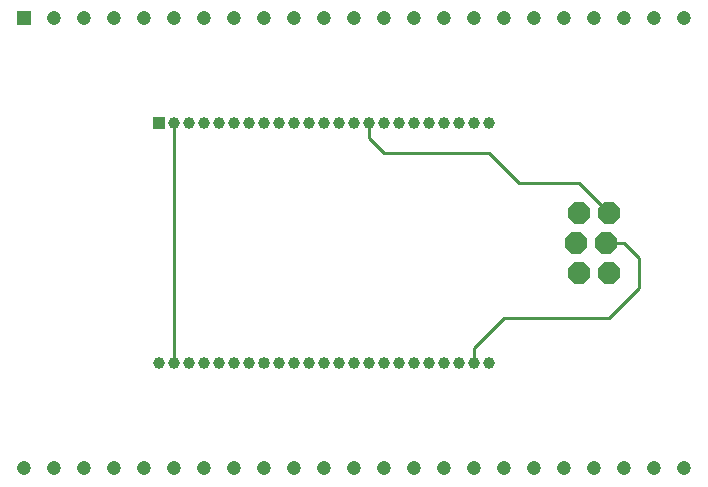
<source format=gbr>
G75*
G70*
%OFA0B0*%
%FSLAX24Y24*%
%IPPOS*%
%LPD*%
%AMOC8*
5,1,8,0,0,1.08239X$1,22.5*
%
%ADD10OC8,0.0740*%
%ADD11C,0.0396*%
%ADD12C,0.0400*%
%ADD13R,0.0396X0.0396*%
%ADD14R,0.0475X0.0475*%
%ADD15C,0.0475*%
%ADD16C,0.0100*%
D10*
X019601Y007601D03*
X020601Y007601D03*
X020501Y008601D03*
X019501Y008601D03*
X019601Y009601D03*
X020601Y009601D03*
D11*
X016601Y012601D03*
X016101Y012601D03*
X015601Y012601D03*
X015101Y012601D03*
X014601Y012601D03*
X014101Y012601D03*
X013601Y012601D03*
X013101Y012601D03*
X012601Y012601D03*
X012101Y012601D03*
X011601Y012601D03*
X011101Y012601D03*
X010601Y012601D03*
X010101Y012601D03*
X009601Y012601D03*
X009101Y012601D03*
X008601Y012601D03*
X008101Y012601D03*
X007601Y012601D03*
X007101Y012601D03*
X006601Y012601D03*
X006101Y012601D03*
X006101Y004601D03*
X006601Y004601D03*
X007101Y004601D03*
X007601Y004601D03*
X008101Y004601D03*
X008601Y004601D03*
X009601Y004601D03*
X010101Y004601D03*
X010601Y004601D03*
X011101Y004601D03*
X011601Y004601D03*
X012101Y004601D03*
X012601Y004601D03*
X013101Y004601D03*
X013601Y004601D03*
X014101Y004601D03*
X014601Y004601D03*
X015101Y004601D03*
X015601Y004601D03*
X016101Y004601D03*
X016601Y004601D03*
X005601Y004601D03*
D12*
X009101Y004601D03*
D13*
X005601Y012601D03*
D14*
X001101Y016101D03*
D15*
X001101Y001101D03*
X002101Y001101D03*
X003101Y001101D03*
X004101Y001101D03*
X005101Y001101D03*
X006101Y001101D03*
X007101Y001101D03*
X008101Y001101D03*
X009101Y001101D03*
X010101Y001101D03*
X011101Y001101D03*
X012101Y001101D03*
X013101Y001101D03*
X014101Y001101D03*
X015101Y001101D03*
X016101Y001101D03*
X017101Y001101D03*
X018101Y001101D03*
X019101Y001101D03*
X020101Y001101D03*
X021101Y001101D03*
X022101Y001101D03*
X023101Y001101D03*
X023101Y016101D03*
X022101Y016101D03*
X021101Y016101D03*
X020101Y016101D03*
X019101Y016101D03*
X018101Y016101D03*
X017101Y016101D03*
X016101Y016101D03*
X015101Y016101D03*
X014101Y016101D03*
X013101Y016101D03*
X012101Y016101D03*
X011101Y016101D03*
X010101Y016101D03*
X009101Y016101D03*
X008101Y016101D03*
X007101Y016101D03*
X006101Y016101D03*
X005101Y016101D03*
X004101Y016101D03*
X003101Y016101D03*
X002101Y016101D03*
D16*
X006101Y012601D02*
X006101Y004601D01*
X013101Y011601D02*
X016601Y011601D01*
X017601Y010601D01*
X019601Y010601D01*
X020601Y009601D01*
X020501Y008601D02*
X021101Y008601D01*
X021601Y008101D01*
X021601Y007101D01*
X020601Y006101D01*
X017101Y006101D01*
X016101Y005101D01*
X016101Y004601D01*
X013101Y011601D02*
X012601Y012101D01*
X012601Y012601D01*
M02*

</source>
